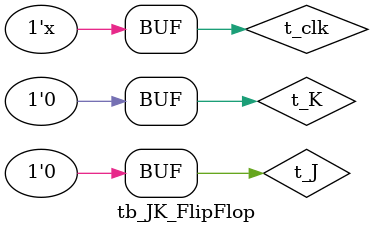
<source format=v>
module tb_JK_FlipFlop;

reg t_clk;
reg t_J;
reg t_K;
wire t_Q;
wire t_Qbar;

JK_FlipFlop t_JK_FlipFlop
(
	.clk(t_clk),
	.J(t_J),
	.K(t_K),
	.Q(t_Q),
	.Qbar(t_Qbar)
);

initial
begin	
	t_clk = 1'b1; // Å¬·°½ÅÈ£ ÃÊ±âÈ­
	t_J = 1'b1;
	t_K = 1'b0;
end

always	// t = 0 ÀÏ ¶§ºÎÅÍ ÁÖ±â°¡ 10nsÀÎ Å¬·°½ÅÈ£ ¹ß»ý
begin
	#5 t_clk = ~t_clk;
end

always // t = 0 ÀÏ ¶§ºÎÅÍ 5ns¸¶´Ù ÀÔ·Â ½ÅÈ£ º¯È­
begin
	#20 t_J = 1'b0; t_K = 1'b0;
	#20 t_J = 1'b0; t_K = 1'b1;
	#20 t_J = 1'b1; t_K = 1'b0;
	#20 t_J = 1'b1; t_K = 1'b1;
	#20 t_J = 1'b0; t_K = 1'b0;
end

endmodule
</source>
